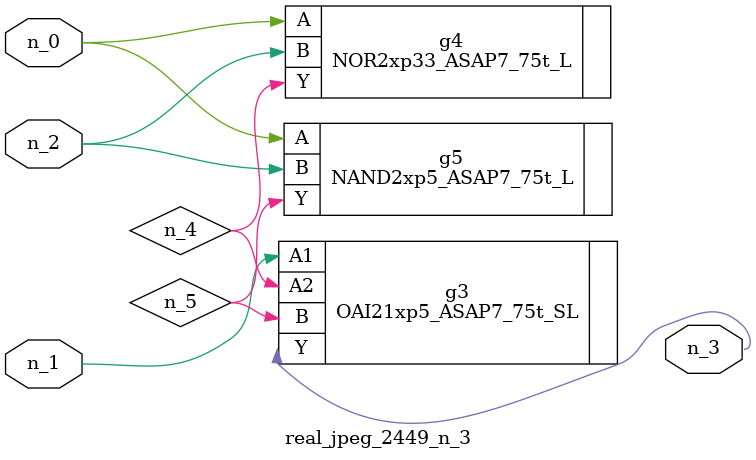
<source format=v>
module real_jpeg_2449_n_3 (n_1, n_0, n_2, n_3);

input n_1;
input n_0;
input n_2;

output n_3;

wire n_5;
wire n_4;

NOR2xp33_ASAP7_75t_L g4 ( 
.A(n_0),
.B(n_2),
.Y(n_4)
);

NAND2xp5_ASAP7_75t_L g5 ( 
.A(n_0),
.B(n_2),
.Y(n_5)
);

OAI21xp5_ASAP7_75t_SL g3 ( 
.A1(n_1),
.A2(n_4),
.B(n_5),
.Y(n_3)
);


endmodule
</source>
